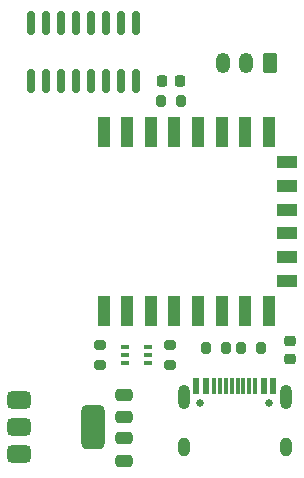
<source format=gbr>
%TF.GenerationSoftware,KiCad,Pcbnew,8.0.3*%
%TF.CreationDate,2024-08-12T18:47:13+02:00*%
%TF.ProjectId,led-strip-connector,6c65642d-7374-4726-9970-2d636f6e6e65,rev?*%
%TF.SameCoordinates,Original*%
%TF.FileFunction,Soldermask,Top*%
%TF.FilePolarity,Negative*%
%FSLAX46Y46*%
G04 Gerber Fmt 4.6, Leading zero omitted, Abs format (unit mm)*
G04 Created by KiCad (PCBNEW 8.0.3) date 2024-08-12 18:47:13*
%MOMM*%
%LPD*%
G01*
G04 APERTURE LIST*
G04 Aperture macros list*
%AMRoundRect*
0 Rectangle with rounded corners*
0 $1 Rounding radius*
0 $2 $3 $4 $5 $6 $7 $8 $9 X,Y pos of 4 corners*
0 Add a 4 corners polygon primitive as box body*
4,1,4,$2,$3,$4,$5,$6,$7,$8,$9,$2,$3,0*
0 Add four circle primitives for the rounded corners*
1,1,$1+$1,$2,$3*
1,1,$1+$1,$4,$5*
1,1,$1+$1,$6,$7*
1,1,$1+$1,$8,$9*
0 Add four rect primitives between the rounded corners*
20,1,$1+$1,$2,$3,$4,$5,0*
20,1,$1+$1,$4,$5,$6,$7,0*
20,1,$1+$1,$6,$7,$8,$9,0*
20,1,$1+$1,$8,$9,$2,$3,0*%
G04 Aperture macros list end*
%ADD10RoundRect,0.250000X-0.475000X0.250000X-0.475000X-0.250000X0.475000X-0.250000X0.475000X0.250000X0*%
%ADD11RoundRect,0.200000X-0.275000X0.200000X-0.275000X-0.200000X0.275000X-0.200000X0.275000X0.200000X0*%
%ADD12RoundRect,0.200000X-0.200000X-0.275000X0.200000X-0.275000X0.200000X0.275000X-0.200000X0.275000X0*%
%ADD13RoundRect,0.375000X-0.625000X-0.375000X0.625000X-0.375000X0.625000X0.375000X-0.625000X0.375000X0*%
%ADD14RoundRect,0.500000X-0.500000X-1.400000X0.500000X-1.400000X0.500000X1.400000X-0.500000X1.400000X0*%
%ADD15RoundRect,0.250000X0.475000X-0.250000X0.475000X0.250000X-0.475000X0.250000X-0.475000X-0.250000X0*%
%ADD16RoundRect,0.250000X0.350000X0.625000X-0.350000X0.625000X-0.350000X-0.625000X0.350000X-0.625000X0*%
%ADD17O,1.200000X1.750000*%
%ADD18RoundRect,0.150000X-0.150000X0.825000X-0.150000X-0.825000X0.150000X-0.825000X0.150000X0.825000X0*%
%ADD19RoundRect,0.225000X0.250000X-0.225000X0.250000X0.225000X-0.250000X0.225000X-0.250000X-0.225000X0*%
%ADD20RoundRect,0.200000X0.275000X-0.200000X0.275000X0.200000X-0.275000X0.200000X-0.275000X-0.200000X0*%
%ADD21R,1.000000X2.500000*%
%ADD22R,1.800000X1.000000*%
%ADD23RoundRect,0.200000X0.200000X0.275000X-0.200000X0.275000X-0.200000X-0.275000X0.200000X-0.275000X0*%
%ADD24C,0.650000*%
%ADD25R,0.600000X1.450000*%
%ADD26R,0.300000X1.450000*%
%ADD27O,1.000000X2.100000*%
%ADD28O,1.000000X1.600000*%
%ADD29RoundRect,0.100000X-0.225000X-0.100000X0.225000X-0.100000X0.225000X0.100000X-0.225000X0.100000X0*%
%ADD30RoundRect,0.225000X-0.225000X-0.250000X0.225000X-0.250000X0.225000X0.250000X-0.225000X0.250000X0*%
G04 APERTURE END LIST*
D10*
%TO.C,C4*%
X154700000Y-114050000D03*
X154700000Y-115950000D03*
%TD*%
D11*
%TO.C,R2*%
X158600000Y-109875000D03*
X158600000Y-111525000D03*
%TD*%
D12*
%TO.C,R1*%
X157875000Y-89200000D03*
X159525000Y-89200000D03*
%TD*%
D13*
%TO.C,U3*%
X145850000Y-114500000D03*
X145850000Y-116800000D03*
D14*
X152150000Y-116800000D03*
D13*
X145850000Y-119100000D03*
%TD*%
D15*
%TO.C,C3*%
X154700000Y-119650000D03*
X154700000Y-117750000D03*
%TD*%
D16*
%TO.C,J1*%
X167100000Y-85950000D03*
D17*
X165100000Y-85950000D03*
X163100000Y-85950000D03*
%TD*%
D18*
%TO.C,U4*%
X155770000Y-82550000D03*
X154500000Y-82550000D03*
X153230000Y-82550000D03*
X151960000Y-82550000D03*
X150690000Y-82550000D03*
X149420000Y-82550000D03*
X148150000Y-82550000D03*
X146880000Y-82550000D03*
X146880000Y-87500000D03*
X148150000Y-87500000D03*
X149420000Y-87500000D03*
X150690000Y-87500000D03*
X151960000Y-87500000D03*
X153230000Y-87500000D03*
X154500000Y-87500000D03*
X155770000Y-87500000D03*
%TD*%
D12*
%TO.C,R5*%
X161700000Y-110100000D03*
X163350000Y-110100000D03*
%TD*%
D19*
%TO.C,C2*%
X168800000Y-111075000D03*
X168800000Y-109525000D03*
%TD*%
D20*
%TO.C,R3*%
X152700000Y-111525000D03*
X152700000Y-109875000D03*
%TD*%
D21*
%TO.C,U2*%
X153000000Y-107000000D03*
X155000000Y-107000000D03*
X157000000Y-107000000D03*
X159000000Y-107000000D03*
X161000000Y-107000000D03*
X163000000Y-107000000D03*
X165000000Y-107000000D03*
X167000000Y-107000000D03*
D22*
X168500000Y-104400000D03*
X168500000Y-102400000D03*
X168500000Y-100400000D03*
X168500000Y-98400000D03*
X168500000Y-96400000D03*
X168500000Y-94400000D03*
D21*
X167000000Y-91800000D03*
X165000000Y-91800000D03*
X163000000Y-91800000D03*
X161000000Y-91800000D03*
X159000000Y-91800000D03*
X157000000Y-91800000D03*
X155000000Y-91800000D03*
X153000000Y-91800000D03*
%TD*%
D23*
%TO.C,R4*%
X166325000Y-110100000D03*
X164675000Y-110100000D03*
%TD*%
D24*
%TO.C,USB1*%
X161210000Y-114800000D03*
X166990000Y-114800000D03*
D25*
X160850000Y-113355000D03*
X161650000Y-113355000D03*
D26*
X162850000Y-113355000D03*
X163850000Y-113355000D03*
X164350000Y-113355000D03*
X165350000Y-113355000D03*
D25*
X166550000Y-113355000D03*
X167350000Y-113355000D03*
X167350000Y-113355000D03*
X166550000Y-113355000D03*
D26*
X165850000Y-113355000D03*
X164850000Y-113355000D03*
X163350000Y-113355000D03*
X162350000Y-113355000D03*
D25*
X161650000Y-113355000D03*
X160850000Y-113355000D03*
D27*
X159780000Y-114270000D03*
D28*
X159780000Y-118450000D03*
D27*
X168420000Y-114270000D03*
D28*
X168420000Y-118450000D03*
%TD*%
D29*
%TO.C,Q1*%
X154850000Y-110050000D03*
X154850000Y-110700000D03*
X154850000Y-111350000D03*
X156750000Y-111350000D03*
X156750000Y-110700000D03*
X156750000Y-110050000D03*
%TD*%
D30*
%TO.C,C1*%
X157925000Y-87500000D03*
X159475000Y-87500000D03*
%TD*%
M02*

</source>
